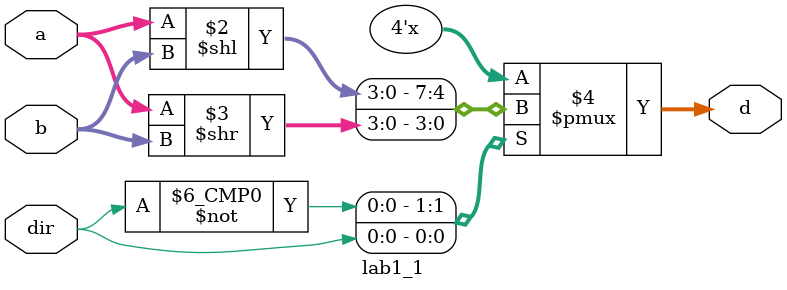
<source format=v>
`timescale 1ns/100ps

module lab1_1 (a, b, dir, d);
    input [3:0] a;
    input [1:0] b;
    input dir;
    output reg [3:0] d;

    always @*
        case (dir)
            0: d = a << b;
            1: d = a >> b;
        endcase
endmodule
</source>
